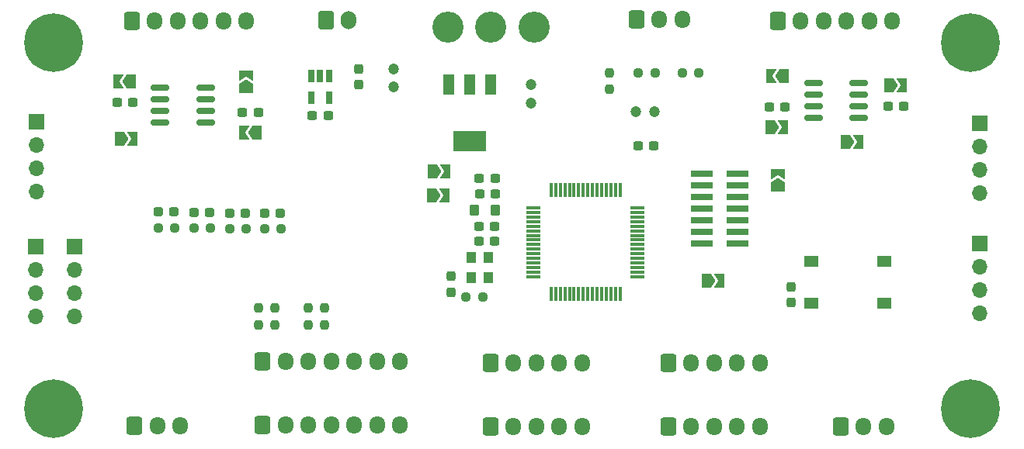
<source format=gbr>
%TF.GenerationSoftware,KiCad,Pcbnew,(6.0.7-1)-1*%
%TF.CreationDate,2022-10-27T12:50:35+02:00*%
%TF.ProjectId,ESE_RuizHerbelinAsfary,4553455f-5275-4697-9a48-657262656c69,rev?*%
%TF.SameCoordinates,Original*%
%TF.FileFunction,Soldermask,Top*%
%TF.FilePolarity,Negative*%
%FSLAX46Y46*%
G04 Gerber Fmt 4.6, Leading zero omitted, Abs format (unit mm)*
G04 Created by KiCad (PCBNEW (6.0.7-1)-1) date 2022-10-27 12:50:35*
%MOMM*%
%LPD*%
G01*
G04 APERTURE LIST*
G04 Aperture macros list*
%AMRoundRect*
0 Rectangle with rounded corners*
0 $1 Rounding radius*
0 $2 $3 $4 $5 $6 $7 $8 $9 X,Y pos of 4 corners*
0 Add a 4 corners polygon primitive as box body*
4,1,4,$2,$3,$4,$5,$6,$7,$8,$9,$2,$3,0*
0 Add four circle primitives for the rounded corners*
1,1,$1+$1,$2,$3*
1,1,$1+$1,$4,$5*
1,1,$1+$1,$6,$7*
1,1,$1+$1,$8,$9*
0 Add four rect primitives between the rounded corners*
20,1,$1+$1,$2,$3,$4,$5,0*
20,1,$1+$1,$4,$5,$6,$7,0*
20,1,$1+$1,$6,$7,$8,$9,0*
20,1,$1+$1,$8,$9,$2,$3,0*%
%AMFreePoly0*
4,1,6,1.000000,0.000000,0.500000,-0.750000,-0.500000,-0.750000,-0.500000,0.750000,0.500000,0.750000,1.000000,0.000000,1.000000,0.000000,$1*%
%AMFreePoly1*
4,1,6,0.500000,-0.750000,-0.650000,-0.750000,-0.150000,0.000000,-0.650000,0.750000,0.500000,0.750000,0.500000,-0.750000,0.500000,-0.750000,$1*%
G04 Aperture macros list end*
%ADD10RoundRect,0.150000X-0.825000X-0.150000X0.825000X-0.150000X0.825000X0.150000X-0.825000X0.150000X0*%
%ADD11RoundRect,0.237500X0.250000X0.237500X-0.250000X0.237500X-0.250000X-0.237500X0.250000X-0.237500X0*%
%ADD12R,1.700000X1.700000*%
%ADD13O,1.700000X1.700000*%
%ADD14FreePoly0,90.000000*%
%ADD15FreePoly1,90.000000*%
%ADD16RoundRect,0.250000X-0.600000X-0.725000X0.600000X-0.725000X0.600000X0.725000X-0.600000X0.725000X0*%
%ADD17O,1.700000X1.950000*%
%ADD18FreePoly0,180.000000*%
%ADD19FreePoly1,180.000000*%
%ADD20RoundRect,0.237500X-0.250000X-0.237500X0.250000X-0.237500X0.250000X0.237500X-0.250000X0.237500X0*%
%ADD21RoundRect,0.237500X-0.237500X0.250000X-0.237500X-0.250000X0.237500X-0.250000X0.237500X0.250000X0*%
%ADD22FreePoly0,0.000000*%
%ADD23FreePoly1,0.000000*%
%ADD24RoundRect,0.237500X-0.287500X-0.237500X0.287500X-0.237500X0.287500X0.237500X-0.287500X0.237500X0*%
%ADD25C,0.800000*%
%ADD26C,6.400000*%
%ADD27R,1.549400X1.295400*%
%ADD28RoundRect,0.250000X-0.600000X-0.750000X0.600000X-0.750000X0.600000X0.750000X-0.600000X0.750000X0*%
%ADD29O,1.700000X2.000000*%
%ADD30RoundRect,0.237500X0.237500X-0.300000X0.237500X0.300000X-0.237500X0.300000X-0.237500X-0.300000X0*%
%ADD31C,1.200000*%
%ADD32RoundRect,0.237500X0.300000X0.237500X-0.300000X0.237500X-0.300000X-0.237500X0.300000X-0.237500X0*%
%ADD33R,1.000000X1.300000*%
%ADD34R,2.400000X0.740000*%
%ADD35RoundRect,0.237500X-0.300000X-0.237500X0.300000X-0.237500X0.300000X0.237500X-0.300000X0.237500X0*%
%ADD36R,1.219200X2.235200*%
%ADD37R,3.600000X2.200000*%
%ADD38RoundRect,0.011200X-0.723800X-0.128800X0.723800X-0.128800X0.723800X0.128800X-0.723800X0.128800X0*%
%ADD39RoundRect,0.011200X0.128800X-0.723800X0.128800X0.723800X-0.128800X0.723800X-0.128800X-0.723800X0*%
%ADD40C,3.400000*%
%ADD41RoundRect,0.237500X-0.237500X0.300000X-0.237500X-0.300000X0.237500X-0.300000X0.237500X0.300000X0*%
%ADD42RoundRect,0.250000X0.275000X0.350000X-0.275000X0.350000X-0.275000X-0.350000X0.275000X-0.350000X0*%
%ADD43RoundRect,0.042000X-0.258000X0.638000X-0.258000X-0.638000X0.258000X-0.638000X0.258000X0.638000X0*%
%ADD44RoundRect,0.237500X0.237500X-0.250000X0.237500X0.250000X-0.237500X0.250000X-0.237500X-0.250000X0*%
G04 APERTURE END LIST*
D10*
%TO.C,U501*%
X31595000Y-24880000D03*
X31595000Y-26150000D03*
X31595000Y-27420000D03*
X31595000Y-28690000D03*
X36545000Y-28690000D03*
X36545000Y-27420000D03*
X36545000Y-26150000D03*
X36545000Y-24880000D03*
%TD*%
D11*
%TO.C,R501*%
X90362500Y-23270000D03*
X88537500Y-23270000D03*
%TD*%
D12*
%TO.C,J102*%
X121000000Y-28780000D03*
D13*
X121000000Y-31320000D03*
X121000000Y-33860000D03*
X121000000Y-36400000D03*
%TD*%
D14*
%TO.C,JP506*%
X41010000Y-25015000D03*
D15*
X41010000Y-23565000D03*
%TD*%
D16*
%TO.C,J204*%
X105800000Y-61910000D03*
D17*
X108300000Y-61910000D03*
X110800000Y-61910000D03*
%TD*%
D16*
%TO.C,J202*%
X42780000Y-54780000D03*
D17*
X45280000Y-54780000D03*
X47780000Y-54780000D03*
X50280000Y-54780000D03*
X52780000Y-54780000D03*
X55280000Y-54780000D03*
X57780000Y-54780000D03*
%TD*%
D18*
%TO.C,JP505*%
X28465000Y-24275000D03*
D19*
X27015000Y-24275000D03*
%TD*%
D16*
%TO.C,J203*%
X28790000Y-61825000D03*
D17*
X31290000Y-61825000D03*
X33790000Y-61825000D03*
%TD*%
D11*
%TO.C,R308*%
X85562500Y-23290000D03*
X83737500Y-23290000D03*
%TD*%
D20*
%TO.C,R305*%
X35297500Y-40270000D03*
X37122500Y-40270000D03*
%TD*%
D16*
%TO.C,J201*%
X42780000Y-61760000D03*
D17*
X45280000Y-61760000D03*
X47780000Y-61760000D03*
X50280000Y-61760000D03*
X52780000Y-61760000D03*
X55280000Y-61760000D03*
X57780000Y-61760000D03*
%TD*%
D21*
%TO.C,R202*%
X44090000Y-48970000D03*
X44090000Y-50795000D03*
%TD*%
D10*
%TO.C,U502*%
X102855000Y-24435000D03*
X102855000Y-25705000D03*
X102855000Y-26975000D03*
X102855000Y-28245000D03*
X107805000Y-28245000D03*
X107805000Y-26975000D03*
X107805000Y-25705000D03*
X107805000Y-24435000D03*
%TD*%
D20*
%TO.C,R304*%
X31377500Y-40250000D03*
X33202500Y-40250000D03*
%TD*%
D18*
%TO.C,JP502*%
X42190000Y-29810000D03*
D19*
X40740000Y-29810000D03*
%TD*%
D22*
%TO.C,JP202*%
X61225000Y-36670000D03*
D23*
X62675000Y-36670000D03*
%TD*%
D21*
%TO.C,R205*%
X49520000Y-48980000D03*
X49520000Y-50805000D03*
%TD*%
D16*
%TO.C,J207*%
X87030000Y-61910000D03*
D17*
X89530000Y-61910000D03*
X92030000Y-61910000D03*
X94530000Y-61910000D03*
X97030000Y-61910000D03*
%TD*%
D16*
%TO.C,J503*%
X83550000Y-17490000D03*
D17*
X86050000Y-17490000D03*
X88550000Y-17490000D03*
%TD*%
D22*
%TO.C,JP501*%
X27185000Y-30490000D03*
D23*
X28635000Y-30490000D03*
%TD*%
D21*
%TO.C,R309*%
X80570000Y-23270000D03*
X80570000Y-25095000D03*
%TD*%
D18*
%TO.C,JP507*%
X99635000Y-23660000D03*
D19*
X98185000Y-23660000D03*
%TD*%
D24*
%TO.C,D304*%
X42992500Y-38630000D03*
X44742500Y-38630000D03*
%TD*%
D25*
%TO.C,H103*%
X118302944Y-61697056D03*
X120000000Y-62400000D03*
X120000000Y-57600000D03*
X121697056Y-61697056D03*
X117600000Y-60000000D03*
X122400000Y-60000000D03*
X121697056Y-58302944D03*
D26*
X120000000Y-60000000D03*
D25*
X118302944Y-58302944D03*
%TD*%
D27*
%TO.C,SW301*%
X102605000Y-43910000D03*
X110555000Y-43910000D03*
X102605000Y-48410000D03*
X110555000Y-48410000D03*
%TD*%
D28*
%TO.C,J401*%
X49690000Y-17570000D03*
D29*
X52190000Y-17570000D03*
%TD*%
D30*
%TO.C,C307*%
X63320000Y-47232500D03*
X63320000Y-45507500D03*
%TD*%
D12*
%TO.C,J105*%
X121000000Y-41900000D03*
D13*
X121000000Y-44440000D03*
X121000000Y-46980000D03*
X121000000Y-49520000D03*
%TD*%
D31*
%TO.C,C402*%
X57070000Y-22850000D03*
X57070000Y-24850000D03*
%TD*%
D22*
%TO.C,JP504*%
X106360000Y-30820000D03*
D23*
X107810000Y-30820000D03*
%TD*%
D31*
%TO.C,C401*%
X72040000Y-24590000D03*
X72040000Y-26590000D03*
%TD*%
D32*
%TO.C,C303*%
X68150000Y-36480000D03*
X66425000Y-36480000D03*
%TD*%
D33*
%TO.C,Y301*%
X65560000Y-43470000D03*
X65560000Y-45670000D03*
X67360000Y-45670000D03*
X67360000Y-43470000D03*
%TD*%
D30*
%TO.C,C305*%
X100380000Y-48402500D03*
X100380000Y-46677500D03*
%TD*%
D22*
%TO.C,JP201*%
X61265000Y-34020000D03*
D23*
X62715000Y-34020000D03*
%TD*%
D22*
%TO.C,JP503*%
X98135000Y-29220000D03*
D23*
X99585000Y-29220000D03*
%TD*%
D31*
%TO.C,C505*%
X83480000Y-27500000D03*
X85480000Y-27500000D03*
%TD*%
D32*
%TO.C,C302*%
X68142500Y-34840000D03*
X66417500Y-34840000D03*
%TD*%
D34*
%TO.C,J301*%
X94540000Y-41920000D03*
X90640000Y-41920000D03*
X94540000Y-40650000D03*
X90640000Y-40650000D03*
X94540000Y-39380000D03*
X90640000Y-39380000D03*
X94540000Y-38110000D03*
X90640000Y-38110000D03*
X94540000Y-36840000D03*
X90640000Y-36840000D03*
X94540000Y-35570000D03*
X90640000Y-35570000D03*
X94540000Y-34300000D03*
X90640000Y-34300000D03*
%TD*%
D16*
%TO.C,J205*%
X67620000Y-61920000D03*
D17*
X70120000Y-61920000D03*
X72620000Y-61920000D03*
X75120000Y-61920000D03*
X77620000Y-61920000D03*
%TD*%
D25*
%TO.C,H102*%
X118302944Y-21697056D03*
X118302944Y-18302944D03*
X120000000Y-22400000D03*
X120000000Y-17600000D03*
D26*
X120000000Y-20000000D03*
D25*
X121697056Y-21697056D03*
X122400000Y-20000000D03*
X121697056Y-18302944D03*
X117600000Y-20000000D03*
%TD*%
D32*
%TO.C,C404*%
X49932500Y-27930000D03*
X48207500Y-27930000D03*
%TD*%
D25*
%TO.C,H104*%
X20000000Y-62400000D03*
D26*
X20000000Y-60000000D03*
D25*
X21697056Y-58302944D03*
X22400000Y-60000000D03*
X21697056Y-61697056D03*
X18302944Y-61697056D03*
X20000000Y-57600000D03*
X17600000Y-60000000D03*
X18302944Y-58302944D03*
%TD*%
D35*
%TO.C,C502*%
X110957500Y-26970000D03*
X112682500Y-26970000D03*
%TD*%
D32*
%TO.C,C504*%
X99742500Y-27070000D03*
X98017500Y-27070000D03*
%TD*%
%TO.C,C304*%
X68100000Y-40110000D03*
X66375000Y-40110000D03*
%TD*%
D36*
%TO.C,U401*%
X67671400Y-24591200D03*
X65360000Y-24591200D03*
X63048600Y-24591200D03*
D37*
X65360000Y-30789000D03*
%TD*%
D38*
%TO.C,U301*%
X72330000Y-38050000D03*
X72330000Y-38550000D03*
X72330000Y-39050000D03*
X72330000Y-39550000D03*
X72330000Y-40050000D03*
X72330000Y-40550000D03*
X72330000Y-41050000D03*
X72330000Y-41550000D03*
X72330000Y-42050000D03*
X72330000Y-42550000D03*
X72330000Y-43050000D03*
X72330000Y-43550000D03*
X72330000Y-44050000D03*
X72330000Y-44550000D03*
X72330000Y-45050000D03*
X72330000Y-45550000D03*
D39*
X74250000Y-47470000D03*
X74750000Y-47470000D03*
X75250000Y-47470000D03*
X75750000Y-47470000D03*
X76250000Y-47470000D03*
X76750000Y-47470000D03*
X77250000Y-47470000D03*
X77750000Y-47470000D03*
X78250000Y-47470000D03*
X78750000Y-47470000D03*
X79250000Y-47470000D03*
X79750000Y-47470000D03*
X80250000Y-47470000D03*
X80750000Y-47470000D03*
X81250000Y-47470000D03*
X81750000Y-47470000D03*
D38*
X83670000Y-45550000D03*
X83670000Y-45050000D03*
X83670000Y-44550000D03*
X83670000Y-44050000D03*
X83670000Y-43550000D03*
X83670000Y-43050000D03*
X83670000Y-42550000D03*
X83670000Y-42050000D03*
X83670000Y-41550000D03*
X83670000Y-41050000D03*
X83670000Y-40550000D03*
X83670000Y-40050000D03*
X83670000Y-39550000D03*
X83670000Y-39050000D03*
X83670000Y-38550000D03*
X83670000Y-38050000D03*
D39*
X81750000Y-36130000D03*
X81250000Y-36130000D03*
X80750000Y-36130000D03*
X80250000Y-36130000D03*
X79750000Y-36130000D03*
X79250000Y-36130000D03*
X78750000Y-36130000D03*
X78250000Y-36130000D03*
X77750000Y-36130000D03*
X77250000Y-36130000D03*
X76750000Y-36130000D03*
X76250000Y-36130000D03*
X75750000Y-36130000D03*
X75250000Y-36130000D03*
X74750000Y-36130000D03*
X74250000Y-36130000D03*
%TD*%
D12*
%TO.C,J103*%
X18080000Y-28680000D03*
D13*
X18080000Y-31220000D03*
X18080000Y-33760000D03*
X18080000Y-36300000D03*
%TD*%
D20*
%TO.C,R303*%
X64965000Y-47740000D03*
X66790000Y-47740000D03*
%TD*%
D40*
%TO.C,S401*%
X62980000Y-18320000D03*
X67680000Y-18320000D03*
X72380000Y-18320000D03*
%TD*%
D16*
%TO.C,J206*%
X67620000Y-54995000D03*
D17*
X70120000Y-54995000D03*
X72620000Y-54995000D03*
X75120000Y-54995000D03*
X77620000Y-54995000D03*
%TD*%
D32*
%TO.C,C306*%
X68092500Y-41700000D03*
X66367500Y-41700000D03*
%TD*%
D16*
%TO.C,J208*%
X87030000Y-54980000D03*
D17*
X89530000Y-54980000D03*
X92030000Y-54980000D03*
X94530000Y-54980000D03*
X97030000Y-54980000D03*
%TD*%
D41*
%TO.C,C403*%
X53250000Y-22850000D03*
X53250000Y-24575000D03*
%TD*%
D35*
%TO.C,C501*%
X40587500Y-27640000D03*
X42312500Y-27640000D03*
%TD*%
D12*
%TO.C,J104*%
X22300000Y-42250000D03*
D13*
X22300000Y-44790000D03*
X22300000Y-47330000D03*
X22300000Y-49870000D03*
%TD*%
D20*
%TO.C,R307*%
X42997500Y-40320000D03*
X44822500Y-40320000D03*
%TD*%
D14*
%TO.C,JP303*%
X99010000Y-35770000D03*
D15*
X99010000Y-34320000D03*
%TD*%
D16*
%TO.C,J501*%
X28500000Y-17640000D03*
D17*
X31000000Y-17640000D03*
X33500000Y-17640000D03*
X36000000Y-17640000D03*
X38500000Y-17640000D03*
X41000000Y-17640000D03*
%TD*%
D35*
%TO.C,C506*%
X85444500Y-31242000D03*
X83719500Y-31242000D03*
%TD*%
D25*
%TO.C,H101*%
X20000000Y-17600000D03*
D26*
X20000000Y-20000000D03*
D25*
X17600000Y-20000000D03*
X21697056Y-18302944D03*
X18302944Y-18302944D03*
X22400000Y-20000000D03*
X20000000Y-22400000D03*
X18302944Y-21697056D03*
X21697056Y-21697056D03*
%TD*%
D24*
%TO.C,D301*%
X31392500Y-38500000D03*
X33142500Y-38500000D03*
%TD*%
D20*
%TO.C,R306*%
X39167500Y-40290000D03*
X40992500Y-40290000D03*
%TD*%
D12*
%TO.C,J101*%
X18000000Y-42250000D03*
D13*
X18000000Y-44790000D03*
X18000000Y-47330000D03*
X18000000Y-49870000D03*
%TD*%
D16*
%TO.C,J502*%
X98960000Y-17620000D03*
D17*
X101460000Y-17620000D03*
X103960000Y-17620000D03*
X106460000Y-17620000D03*
X108960000Y-17620000D03*
X111460000Y-17620000D03*
%TD*%
D42*
%TO.C,L301*%
X68150000Y-38260000D03*
X65850000Y-38260000D03*
%TD*%
D22*
%TO.C,JP304*%
X91145000Y-45990000D03*
D23*
X92595000Y-45990000D03*
%TD*%
D24*
%TO.C,D302*%
X35277500Y-38540000D03*
X37027500Y-38540000D03*
%TD*%
D22*
%TO.C,JP508*%
X111105000Y-24700000D03*
D23*
X112555000Y-24700000D03*
%TD*%
D43*
%TO.C,U402*%
X50010000Y-23645000D03*
X49060000Y-23645000D03*
X48110000Y-23645000D03*
X48110000Y-25995000D03*
X50010000Y-25995000D03*
%TD*%
D24*
%TO.C,D303*%
X39165000Y-38590000D03*
X40915000Y-38590000D03*
%TD*%
D44*
%TO.C,R204*%
X47720000Y-50795000D03*
X47720000Y-48970000D03*
%TD*%
%TO.C,R201*%
X42300000Y-50795000D03*
X42300000Y-48970000D03*
%TD*%
D32*
%TO.C,C503*%
X28622500Y-26555000D03*
X26897500Y-26555000D03*
%TD*%
M02*

</source>
